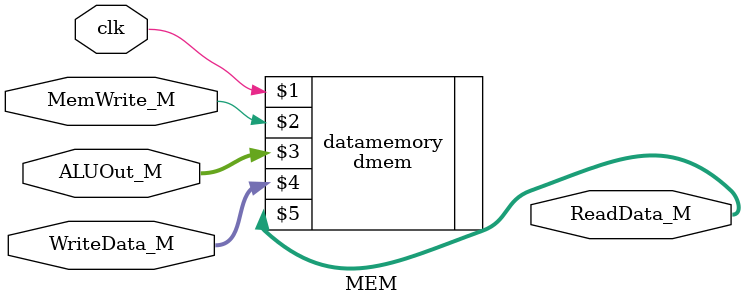
<source format=v>
/* 	Author: Tobias Minn
	MIPS Pipeline Processor

	Memory Stage (MEM)
		
*/
module MEM #(parameter WIDTH = 32)(
	input					clk, MemWrite_M,
	input	[WIDTH-1:0]		ALUOut_M, WriteData_M,
	output	[WIDTH-1:0]		ReadData_M);


	// instantiate data memory
	dmem datamemory(clk, MemWrite_M, ALUOut_M, WriteData_M, ReadData_M);

endmodule
</source>
